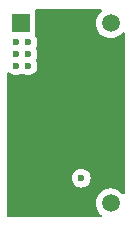
<source format=gbl>
%TF.GenerationSoftware,KiCad,Pcbnew,8.0.7*%
%TF.CreationDate,2024-12-11T01:55:21-05:00*%
%TF.ProjectId,Clockshift,436c6f63-6b73-4686-9966-742e6b696361,rev?*%
%TF.SameCoordinates,Original*%
%TF.FileFunction,Copper,L4,Bot*%
%TF.FilePolarity,Positive*%
%FSLAX46Y46*%
G04 Gerber Fmt 4.6, Leading zero omitted, Abs format (unit mm)*
G04 Created by KiCad (PCBNEW 8.0.7) date 2024-12-11 01:55:21*
%MOMM*%
%LPD*%
G01*
G04 APERTURE LIST*
%TA.AperFunction,ComponentPad*%
%ADD10R,1.500000X1.500000*%
%TD*%
%TA.AperFunction,ComponentPad*%
%ADD11C,1.500000*%
%TD*%
%TA.AperFunction,ViaPad*%
%ADD12C,0.600000*%
%TD*%
G04 APERTURE END LIST*
D10*
%TO.P,J1,1,Pin_1*%
%TO.N,unconnected-(J1-Pin_1-Pad1)*%
X101390000Y-101380000D03*
D11*
%TO.P,J1,2,Pin_2*%
%TO.N,GND*%
X101390000Y-116620000D03*
%TO.P,J1,3,Pin_3*%
%TO.N,/OUT*%
X109010000Y-116620000D03*
%TO.P,J1,4,Pin_4*%
%TO.N,+5V*%
X109010000Y-101380000D03*
%TD*%
D12*
%TO.N,GND*%
X102000000Y-109000000D03*
X101000000Y-111000000D03*
X101000000Y-110000000D03*
X102000000Y-110000000D03*
X102000000Y-111000000D03*
X101000000Y-109000000D03*
%TO.N,+5V*%
X101000000Y-103000000D03*
X101000000Y-105000000D03*
X106500000Y-114500000D03*
X102000000Y-105000000D03*
X102000000Y-103000000D03*
X101000000Y-104000000D03*
X102000000Y-104000000D03*
%TD*%
%TA.AperFunction,Conductor*%
%TO.N,GND*%
G36*
X108189160Y-100220185D02*
G01*
X108234915Y-100272989D01*
X108244859Y-100342147D01*
X108215834Y-100405703D01*
X108206886Y-100414508D01*
X108206951Y-100414573D01*
X108048402Y-100573121D01*
X107922900Y-100752357D01*
X107922898Y-100752361D01*
X107830426Y-100950668D01*
X107830422Y-100950677D01*
X107773793Y-101162020D01*
X107773793Y-101162024D01*
X107754723Y-101379997D01*
X107754723Y-101380002D01*
X107773793Y-101597975D01*
X107773793Y-101597979D01*
X107830422Y-101809322D01*
X107830424Y-101809326D01*
X107830425Y-101809330D01*
X107876661Y-101908484D01*
X107922897Y-102007638D01*
X107922898Y-102007639D01*
X108048402Y-102186877D01*
X108203123Y-102341598D01*
X108382361Y-102467102D01*
X108580670Y-102559575D01*
X108792023Y-102616207D01*
X108974926Y-102632208D01*
X109009998Y-102635277D01*
X109010000Y-102635277D01*
X109010002Y-102635277D01*
X109038254Y-102632805D01*
X109227977Y-102616207D01*
X109439330Y-102559575D01*
X109637639Y-102467102D01*
X109816877Y-102341598D01*
X109971598Y-102186877D01*
X109973924Y-102183553D01*
X110028496Y-102139929D01*
X110097994Y-102132732D01*
X110160350Y-102164251D01*
X110195767Y-102224479D01*
X110199500Y-102254675D01*
X110199500Y-115745322D01*
X110179815Y-115812361D01*
X110127011Y-115858116D01*
X110057853Y-115868060D01*
X109994297Y-115839035D01*
X109973928Y-115816450D01*
X109971598Y-115813123D01*
X109903797Y-115745322D01*
X109816877Y-115658402D01*
X109637639Y-115532898D01*
X109637640Y-115532898D01*
X109637638Y-115532897D01*
X109538484Y-115486661D01*
X109439330Y-115440425D01*
X109439326Y-115440424D01*
X109439322Y-115440422D01*
X109227977Y-115383793D01*
X109010002Y-115364723D01*
X109009998Y-115364723D01*
X108864682Y-115377436D01*
X108792023Y-115383793D01*
X108792020Y-115383793D01*
X108580677Y-115440422D01*
X108580668Y-115440426D01*
X108382361Y-115532898D01*
X108382357Y-115532900D01*
X108203121Y-115658402D01*
X108048402Y-115813121D01*
X107922900Y-115992357D01*
X107922898Y-115992361D01*
X107830426Y-116190668D01*
X107830422Y-116190677D01*
X107773793Y-116402020D01*
X107773793Y-116402024D01*
X107754723Y-116619997D01*
X107754723Y-116620002D01*
X107773793Y-116837975D01*
X107773793Y-116837979D01*
X107830422Y-117049322D01*
X107830424Y-117049326D01*
X107830425Y-117049330D01*
X107876661Y-117148484D01*
X107922897Y-117247638D01*
X107922898Y-117247639D01*
X108048402Y-117426877D01*
X108048406Y-117426881D01*
X108206951Y-117585426D01*
X108205837Y-117586539D01*
X108240529Y-117638679D01*
X108241639Y-117708540D01*
X108204803Y-117767911D01*
X108141717Y-117797942D01*
X108122122Y-117799500D01*
X100324500Y-117799500D01*
X100257461Y-117779815D01*
X100211706Y-117727011D01*
X100200500Y-117675500D01*
X100200500Y-114499996D01*
X105694435Y-114499996D01*
X105694435Y-114500003D01*
X105714630Y-114679249D01*
X105714631Y-114679254D01*
X105774211Y-114849523D01*
X105870184Y-115002262D01*
X105997738Y-115129816D01*
X106150478Y-115225789D01*
X106320745Y-115285368D01*
X106320750Y-115285369D01*
X106499996Y-115305565D01*
X106500000Y-115305565D01*
X106500004Y-115305565D01*
X106679249Y-115285369D01*
X106679252Y-115285368D01*
X106679255Y-115285368D01*
X106849522Y-115225789D01*
X107002262Y-115129816D01*
X107129816Y-115002262D01*
X107225789Y-114849522D01*
X107285368Y-114679255D01*
X107305565Y-114500000D01*
X107285368Y-114320745D01*
X107225789Y-114150478D01*
X107129816Y-113997738D01*
X107002262Y-113870184D01*
X106849523Y-113774211D01*
X106679254Y-113714631D01*
X106679249Y-113714630D01*
X106500004Y-113694435D01*
X106499996Y-113694435D01*
X106320750Y-113714630D01*
X106320745Y-113714631D01*
X106150476Y-113774211D01*
X105997737Y-113870184D01*
X105870184Y-113997737D01*
X105774211Y-114150476D01*
X105714631Y-114320745D01*
X105714630Y-114320750D01*
X105694435Y-114499996D01*
X100200500Y-114499996D01*
X100200500Y-105631940D01*
X100220185Y-105564901D01*
X100272989Y-105519146D01*
X100342147Y-105509202D01*
X100405703Y-105538227D01*
X100412181Y-105544259D01*
X100497738Y-105629816D01*
X100650478Y-105725789D01*
X100820745Y-105785368D01*
X100820750Y-105785369D01*
X100999996Y-105805565D01*
X101000000Y-105805565D01*
X101000004Y-105805565D01*
X101179249Y-105785369D01*
X101179252Y-105785368D01*
X101179255Y-105785368D01*
X101349522Y-105725789D01*
X101434027Y-105672691D01*
X101501264Y-105653690D01*
X101565973Y-105672691D01*
X101650475Y-105725788D01*
X101820745Y-105785368D01*
X101820750Y-105785369D01*
X101999996Y-105805565D01*
X102000000Y-105805565D01*
X102000004Y-105805565D01*
X102179249Y-105785369D01*
X102179252Y-105785368D01*
X102179255Y-105785368D01*
X102349522Y-105725789D01*
X102502262Y-105629816D01*
X102629816Y-105502262D01*
X102725789Y-105349522D01*
X102785368Y-105179255D01*
X102805565Y-105000000D01*
X102785368Y-104820745D01*
X102725789Y-104650478D01*
X102725788Y-104650475D01*
X102672691Y-104565973D01*
X102653690Y-104498736D01*
X102672691Y-104434027D01*
X102725788Y-104349524D01*
X102785368Y-104179254D01*
X102785369Y-104179249D01*
X102805565Y-104000003D01*
X102805565Y-103999996D01*
X102785369Y-103820750D01*
X102785368Y-103820745D01*
X102725788Y-103650475D01*
X102672691Y-103565973D01*
X102653690Y-103498736D01*
X102672691Y-103434027D01*
X102725788Y-103349524D01*
X102785368Y-103179254D01*
X102785369Y-103179249D01*
X102805565Y-103000003D01*
X102805565Y-102999996D01*
X102785369Y-102820750D01*
X102785368Y-102820745D01*
X102725788Y-102650476D01*
X102668671Y-102559575D01*
X102629816Y-102497738D01*
X102618579Y-102486501D01*
X102585094Y-102425178D01*
X102590077Y-102355488D01*
X102634091Y-102237483D01*
X102640500Y-102177873D01*
X102640499Y-100582128D01*
X102634091Y-100522517D01*
X102583796Y-100387669D01*
X102581754Y-100383929D01*
X102580847Y-100379762D01*
X102580697Y-100379359D01*
X102580755Y-100379337D01*
X102566901Y-100315657D01*
X102591316Y-100250192D01*
X102647249Y-100208319D01*
X102690585Y-100200500D01*
X108122121Y-100200500D01*
X108189160Y-100220185D01*
G37*
%TD.AperFunction*%
%TD*%
M02*

</source>
